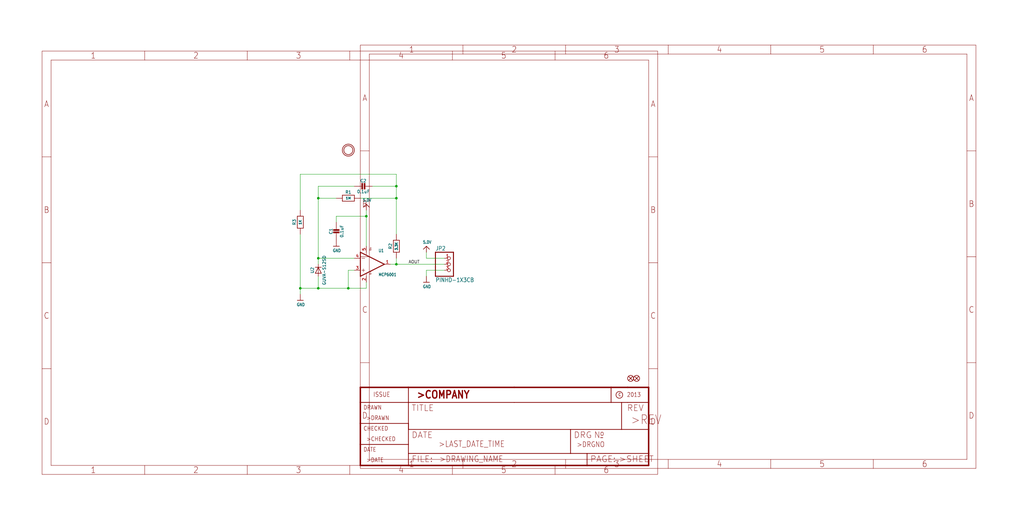
<source format=kicad_sch>
(kicad_sch (version 20211123) (generator eeschema)
  (paper "User" 433.07 220.421)
  (lib_symbols
    (symbol "eagleSchem-eagle-import:5.0V" (power)
      (property "Value" "5.0V" (at -1.524 1.016 0))
      (symbol "5.0V_1_0"
        (polyline (pts (xy -1.27 -1.27) (xy 0 0)) (stroke (width 0.254)))
        (polyline (pts (xy 0 0) (xy 1.27 -1.27)) (stroke (width 0.254)))
        (pin power_in line (at 0 -2.54 90) (length 2.54) (name "5.0V") (number "1"))
      )
    )
    (symbol "eagleSchem-eagle-import:CAP_CERAMIC0805-NOOUTLINE"
      (property "Reference" "C" (at -2.29 1.25 90))
      (property "Value" "CAP_CERAMIC0805-NOOUTLINE" (at 2.3 1.25 90))
      (symbol "CAP_CERAMIC0805-NOOUTLINE_1_0"
        (rectangle (start -1.27 0.508) (end 1.27 1.016) (fill (type outline)))
        (rectangle (start -1.27 1.524) (end 1.27 2.032) (fill (type outline)))
        (polyline (pts (xy 0 0.762) (xy 0 0)) (stroke (width 0.1524)))
        (polyline (pts (xy 0 2.54) (xy 0 1.778)) (stroke (width 0.1524)))
        (pin passive line (at 0 5.08 270) (length 2.54) (name "1") (number "1"))
        (pin passive line (at 0 -2.54 90) (length 2.54) (name "2") (number "2"))
      )
    )
    (symbol "eagleSchem-eagle-import:FIDUCIAL{dblquote}{dblquote}"
      (symbol "FIDUCIAL{dblquote}{dblquote}_1_0"
        (polyline (pts (xy -0.762 0.762) (xy 0.762 -0.762)) (stroke (width 0.254)))
        (polyline (pts (xy 0.762 0.762) (xy -0.762 -0.762)) (stroke (width 0.254)))
        (circle (center 0 0) (radius 1.27) (stroke (width 0.254)))
      )
    )
    (symbol "eagleSchem-eagle-import:FRAME_A4"
      (symbol "FRAME_A4_0_0"
        (polyline (pts (xy 0 44.7675) (xy 3.81 44.7675)))
        (polyline (pts (xy 0 89.535) (xy 3.81 89.535)))
        (polyline (pts (xy 0 134.3025) (xy 3.81 134.3025)))
        (polyline (pts (xy 3.81 3.81) (xy 3.81 175.26)))
        (polyline (pts (xy 43.3917 0) (xy 43.3917 3.81)))
        (polyline (pts (xy 43.3917 175.26) (xy 43.3917 179.07)))
        (polyline (pts (xy 86.7833 0) (xy 86.7833 3.81)))
        (polyline (pts (xy 86.7833 175.26) (xy 86.7833 179.07)))
        (polyline (pts (xy 130.175 0) (xy 130.175 3.81)))
        (polyline (pts (xy 130.175 175.26) (xy 130.175 179.07)))
        (polyline (pts (xy 173.5667 0) (xy 173.5667 3.81)))
        (polyline (pts (xy 173.5667 175.26) (xy 173.5667 179.07)))
        (polyline (pts (xy 216.9583 0) (xy 216.9583 3.81)))
        (polyline (pts (xy 216.9583 175.26) (xy 216.9583 179.07)))
        (polyline (pts (xy 256.54 3.81) (xy 3.81 3.81)))
        (polyline (pts (xy 256.54 3.81) (xy 256.54 175.26)))
        (polyline (pts (xy 256.54 44.7675) (xy 260.35 44.7675)))
        (polyline (pts (xy 256.54 89.535) (xy 260.35 89.535)))
        (polyline (pts (xy 256.54 134.3025) (xy 260.35 134.3025)))
        (polyline (pts (xy 256.54 175.26) (xy 3.81 175.26)))
        (polyline (pts (xy 0 0) (xy 260.35 0) (xy 260.35 179.07) (xy 0 179.07) (xy 0 0)))
        (text "1" (at 21.6958 1.905 0) (effects (font (size 2.54 2.286))))
        (text "1" (at 21.6958 177.165 0) (effects (font (size 2.54 2.286))))
        (text "2" (at 65.0875 1.905 0) (effects (font (size 2.54 2.286))))
        (text "2" (at 65.0875 177.165 0) (effects (font (size 2.54 2.286))))
        (text "3" (at 108.4792 1.905 0) (effects (font (size 2.54 2.286))))
        (text "3" (at 108.4792 177.165 0) (effects (font (size 2.54 2.286))))
        (text "4" (at 151.8708 1.905 0) (effects (font (size 2.54 2.286))))
        (text "4" (at 151.8708 177.165 0) (effects (font (size 2.54 2.286))))
        (text "5" (at 195.2625 1.905 0) (effects (font (size 2.54 2.286))))
        (text "5" (at 195.2625 177.165 0) (effects (font (size 2.54 2.286))))
        (text "6" (at 238.6542 1.905 0) (effects (font (size 2.54 2.286))))
        (text "6" (at 238.6542 177.165 0) (effects (font (size 2.54 2.286))))
        (text "A" (at 1.905 156.6863 0) (effects (font (size 2.54 2.286))))
        (text "A" (at 258.445 156.6863 0) (effects (font (size 2.54 2.286))))
        (text "B" (at 1.905 111.9188 0) (effects (font (size 2.54 2.286))))
        (text "B" (at 258.445 111.9188 0) (effects (font (size 2.54 2.286))))
        (text "C" (at 1.905 67.1513 0) (effects (font (size 2.54 2.286))))
        (text "C" (at 258.445 67.1513 0) (effects (font (size 2.54 2.286))))
        (text "D" (at 1.905 22.3838 0) (effects (font (size 2.54 2.286))))
        (text "D" (at 258.445 22.3838 0) (effects (font (size 2.54 2.286))))
      )
      (symbol "FRAME_A4_1_0"
        (polyline (pts (xy 256.54 3.81) (xy 256.54 8.89)) (stroke (width 0.1016)))
        (polyline (pts (xy 256.54 8.89) (xy 256.54 13.97)) (stroke (width 0.1016)))
        (polyline (pts (xy 256.54 13.97) (xy 256.54 19.05)) (stroke (width 0.1016)))
        (polyline (pts (xy 256.54 19.05) (xy 256.54 36.83)) (stroke (width 0.1016)))
      )
      (symbol "FRAME_A4_2_0"
        (polyline (pts (xy 1.27 -6.35) (xy 1.27 0)) (stroke (width 0.1016)))
        (polyline (pts (xy 1.27 0) (xy 82.55 0)) (stroke (width 0.1016)))
        (polyline (pts (xy 82.55 -6.35) (xy 1.27 -6.35)) (stroke (width 0.1016)))
        (polyline (pts (xy 82.55 0) (xy 82.55 -6.35)) (stroke (width 0.1016)))
        (text "PART OR WHOLE IS STRICTLY PROHIBITED WITHOUT WRITTEN PERMISSION!" (at 3.81 -5.08 0) (effects (font (size 1.27 1.0795)) (justify left bottom)))
        (text "PROPRIETARY" (at 3.81 -10.16 0) (effects (font (size 2.54 2.159) (thickness 0.4318) bold) (justify left bottom)))
        (text "THIS DRAWING CONTAINS CONFIDENTIAL INFORMATION. ANY REPRODUCTION IN" (at 3.81 -2.794 0) (effects (font (size 1.27 1.0795)) (justify left bottom)))
      )
      (symbol "FRAME_A4_3_0"
        (polyline (pts (xy 0 1.27) (xy 20.32 1.27)) (stroke (width 0.6096)))
        (polyline (pts (xy 0 10.16) (xy 0 1.27)) (stroke (width 0.6096)))
        (polyline (pts (xy 0 10.16) (xy 20.32 10.16)) (stroke (width 0.3048)))
        (polyline (pts (xy 0 19.05) (xy 0 10.16)) (stroke (width 0.6096)))
        (polyline (pts (xy 0 19.05) (xy 20.32 19.05)) (stroke (width 0.3048)))
        (polyline (pts (xy 0 27.94) (xy 0 19.05)) (stroke (width 0.6096)))
        (polyline (pts (xy 0 27.94) (xy 20.32 27.94)) (stroke (width 0.3048)))
        (polyline (pts (xy 0 34.29) (xy 0 27.94)) (stroke (width 0.6096)))
        (polyline (pts (xy 20.32 1.27) (xy 20.32 6.35)) (stroke (width 0.3048)))
        (polyline (pts (xy 20.32 1.27) (xy 95.885 1.27)) (stroke (width 0.6096)))
        (polyline (pts (xy 20.32 6.35) (xy 20.32 10.16)) (stroke (width 0.3048)))
        (polyline (pts (xy 20.32 6.35) (xy 88.9 6.35)) (stroke (width 0.3048)))
        (polyline (pts (xy 20.32 10.16) (xy 20.32 19.05)) (stroke (width 0.3048)))
        (polyline (pts (xy 20.32 16.51) (xy 20.32 19.05)) (stroke (width 0.3048)))
        (polyline (pts (xy 20.32 19.05) (xy 20.32 27.94)) (stroke (width 0.3048)))
        (polyline (pts (xy 20.32 27.94) (xy 20.32 34.29)) (stroke (width 0.3048)))
        (polyline (pts (xy 20.32 27.94) (xy 65.0875 27.94)) (stroke (width 0.3048)))
        (polyline (pts (xy 20.32 34.29) (xy 0 34.29)) (stroke (width 0.6096)))
        (polyline (pts (xy 65.0875 27.94) (xy 106.045 27.94)) (stroke (width 0.3048)))
        (polyline (pts (xy 65.0875 34.29) (xy 20.32 34.29)) (stroke (width 0.6096)))
        (polyline (pts (xy 88.9 6.35) (xy 95.885 6.35)) (stroke (width 0.3048)))
        (polyline (pts (xy 88.9 16.51) (xy 20.32 16.51)) (stroke (width 0.3048)))
        (polyline (pts (xy 88.9 16.51) (xy 88.9 6.35)) (stroke (width 0.3048)))
        (polyline (pts (xy 95.885 1.27) (xy 121.92 1.27)) (stroke (width 0.6096)))
        (polyline (pts (xy 95.885 6.35) (xy 95.885 1.27)) (stroke (width 0.3048)))
        (polyline (pts (xy 95.885 6.35) (xy 121.92 6.35)) (stroke (width 0.3048)))
        (polyline (pts (xy 101.6 13.0175) (xy 102.5525 13.0175)) (stroke (width 0.254)))
        (polyline (pts (xy 106.045 27.94) (xy 106.045 34.29)) (stroke (width 0.3048)))
        (polyline (pts (xy 106.045 27.94) (xy 110.49 27.94)) (stroke (width 0.3048)))
        (polyline (pts (xy 106.045 34.29) (xy 65.0875 34.29)) (stroke (width 0.6096)))
        (polyline (pts (xy 110.49 16.51) (xy 88.9 16.51)) (stroke (width 0.3048)))
        (polyline (pts (xy 110.49 27.94) (xy 110.49 16.51)) (stroke (width 0.3048)))
        (polyline (pts (xy 110.49 27.94) (xy 113.03 27.94)) (stroke (width 0.3048)))
        (polyline (pts (xy 113.03 27.94) (xy 121.92 27.94)) (stroke (width 0.3048)))
        (polyline (pts (xy 113.03 34.29) (xy 106.045 34.29)) (stroke (width 0.6096)))
        (polyline (pts (xy 121.92 6.35) (xy 121.92 1.27)) (stroke (width 0.6096)))
        (polyline (pts (xy 121.92 16.51) (xy 110.49 16.51)) (stroke (width 0.3048)))
        (polyline (pts (xy 121.92 16.51) (xy 121.92 6.35)) (stroke (width 0.6096)))
        (polyline (pts (xy 121.92 27.94) (xy 121.92 16.51)) (stroke (width 0.6096)))
        (polyline (pts (xy 121.92 34.29) (xy 113.03 34.29)) (stroke (width 0.6096)))
        (polyline (pts (xy 121.92 34.29) (xy 121.92 27.94)) (stroke (width 0.6096)))
        (circle (center 109.5375 31.115) (radius 1.4199) (stroke (width 0.254)))
        (text "2013" (at 112.7125 30.1625 0) (effects (font (size 1.778 1.5113)) (justify left bottom)))
        (text ">CHECKED" (at 2.54 11.43 0) (effects (font (size 1.778 1.5113)) (justify left bottom)))
        (text ">COMPANY" (at 23.6538 29.3687 0) (effects (font (size 3.175 2.6987) (thickness 0.5397) bold) (justify left bottom)))
        (text ">DATE" (at 2.54 2.54 0) (effects (font (size 1.778 1.5113)) (justify left bottom)))
        (text ">DRAWING_NAME" (at 33.3375 2.54 0) (effects (font (size 2.54 2.159)) (justify left bottom)))
        (text ">DRAWN" (at 2.54 20.32 0) (effects (font (size 1.778 1.5113)) (justify left bottom)))
        (text ">DRGNO" (at 91.44 8.89 0) (effects (font (size 2.1844 1.8567)) (justify left bottom)))
        (text ">LAST_DATE_TIME" (at 33.02 8.89 0) (effects (font (size 2.54 2.159)) (justify left bottom)))
        (text ">REV" (at 114.3 18.415 0) (effects (font (size 3.81 3.2385)) (justify left bottom)))
        (text ">SHEET" (at 109.22 2.54 0) (effects (font (size 2.54 2.54)) (justify left bottom)))
        (text "C" (at 109.0612 30.48 0) (effects (font (size 1.27 1.0795)) (justify left bottom)))
        (text "CHECKED" (at 1.27 15.875 0) (effects (font (size 1.778 1.5113)) (justify left bottom)))
        (text "DATE" (at 1.27 6.985 0) (effects (font (size 1.778 1.5113)) (justify left bottom)))
        (text "DATE" (at 21.59 12.7 0) (effects (font (size 2.54 2.54)) (justify left bottom)))
        (text "DRAWN" (at 1.27 24.765 0) (effects (font (size 1.778 1.5113)) (justify left bottom)))
        (text "DRG" (at 90.17 12.7 0) (effects (font (size 2.54 2.54)) (justify left bottom)))
        (text "FILE:" (at 21.59 2.54 0) (effects (font (size 2.54 2.54)) (justify left bottom)))
        (text "ISSUE" (at 5.3975 30.1625 0) (effects (font (size 1.9304 1.6408)) (justify left bottom)))
        (text "N" (at 98.7425 12.7 0) (effects (font (size 2.54 2.54)) (justify left bottom)))
        (text "o" (at 101.2825 13.6525 0) (effects (font (size 2.1844 1.8567)) (justify left bottom)))
        (text "PAGE:" (at 97.155 2.54 0) (effects (font (size 2.54 2.54)) (justify left bottom)))
        (text "REV" (at 112.7125 24.13 0) (effects (font (size 2.54 2.54)) (justify left bottom)))
        (text "TITLE" (at 21.59 24.13 0) (effects (font (size 2.54 2.54)) (justify left bottom)))
      )
    )
    (symbol "eagleSchem-eagle-import:GND" (power)
      (property "Value" "GND" (at -1.524 -2.54 0))
      (symbol "GND_1_0"
        (polyline (pts (xy -1.27 0) (xy 1.27 0)) (stroke (width 0.254)))
        (pin power_in line (at 0 2.54 270) (length 2.54) (name "GND") (number "1"))
      )
    )
    (symbol "eagleSchem-eagle-import:MOUNTINGHOLE2.5"
      (symbol "MOUNTINGHOLE2.5_1_0"
        (circle (center 0 0) (radius 1.905) (stroke (width 0.254)))
        (circle (center 0 0) (radius 2.54) (stroke (width 0.254)))
      )
    )
    (symbol "eagleSchem-eagle-import:OPAMP_SINGLESOT235"
      (property "Reference" "U" (at 2.54 5.08 0))
      (property "Value" "OPAMP_SINGLESOT235" (at 2.54 -5.08 0))
      (symbol "OPAMP_SINGLESOT235_1_0"
        (polyline (pts (xy -5.08 -5.08) (xy -5.08 5.08)) (stroke (width 0.4064)))
        (polyline (pts (xy -5.08 5.08) (xy 5.08 0)) (stroke (width 0.4064)))
        (polyline (pts (xy -4.445 -2.54) (xy -3.175 -2.54)) (stroke (width 0.1524)))
        (polyline (pts (xy -4.445 2.54) (xy -3.175 2.54)) (stroke (width 0.1524)))
        (polyline (pts (xy -3.81 -3.175) (xy -3.81 -1.905)) (stroke (width 0.1524)))
        (polyline (pts (xy -2.54 -5.08) (xy -2.54 -3.8862)) (stroke (width 0.1524)))
        (polyline (pts (xy -2.54 3.9116) (xy -2.54 5.08)) (stroke (width 0.1524)))
        (polyline (pts (xy 5.08 0) (xy -5.08 -5.08)) (stroke (width 0.4064)))
        (text "V+" (at -1.27 5.715 900) (effects (font (size 0.8128 0.6908)) (justify left top)))
        (text "V-" (at -1.27 -4.445 900) (effects (font (size 0.8128 0.6908)) (justify left top)))
        (pin output line (at 7.62 0 180) (length 2.54) (name "OUT") (number "1"))
        (pin power_in line (at -2.54 -7.62 90) (length 2.54) (name "V-") (number "2"))
        (pin input line (at -7.62 -2.54 0) (length 2.54) (name "+IN") (number "3"))
        (pin input line (at -7.62 2.54 0) (length 2.54) (name "-IN") (number "4"))
        (pin power_in line (at -2.54 7.62 270) (length 2.54) (name "V+") (number "5"))
      )
    )
    (symbol "eagleSchem-eagle-import:PINHD-1X3CB"
      (property "Reference" "JP" (at -6.35 5.715 0))
      (property "Value" "PINHD-1X3CB" (at -6.35 -7.62 0))
      (symbol "PINHD-1X3CB_1_0"
        (polyline (pts (xy -6.35 -5.08) (xy 1.27 -5.08)) (stroke (width 0.4064)))
        (polyline (pts (xy -6.35 5.08) (xy -6.35 -5.08)) (stroke (width 0.4064)))
        (polyline (pts (xy 1.27 -5.08) (xy 1.27 5.08)) (stroke (width 0.4064)))
        (polyline (pts (xy 1.27 5.08) (xy -6.35 5.08)) (stroke (width 0.4064)))
        (pin passive inverted (at -2.54 2.54 0) (length 2.54) (name "1") (number "1"))
        (pin passive inverted (at -2.54 0 0) (length 2.54) (name "2") (number "2"))
        (pin passive inverted (at -2.54 -2.54 0) (length 2.54) (name "3") (number "3"))
      )
    )
    (symbol "eagleSchem-eagle-import:RESISTOR0805_NOOUTLINE"
      (property "Reference" "R" (at 0 2.54 0))
      (property "Value" "RESISTOR0805_NOOUTLINE" (at 0 0 0))
      (symbol "RESISTOR0805_NOOUTLINE_1_0"
        (polyline (pts (xy -2.54 -1.27) (xy -2.54 1.27)) (stroke (width 0.254)))
        (polyline (pts (xy -2.54 1.27) (xy 2.54 1.27)) (stroke (width 0.254)))
        (polyline (pts (xy 2.54 -1.27) (xy -2.54 -1.27)) (stroke (width 0.254)))
        (polyline (pts (xy 2.54 1.27) (xy 2.54 -1.27)) (stroke (width 0.254)))
        (pin passive line (at -5.08 0 0) (length 2.54) (name "1") (number "1"))
        (pin passive line (at 5.08 0 180) (length 2.54) (name "2") (number "2"))
      )
    )
    (symbol "eagleSchem-eagle-import:UV_GUVA-S12SD"
      (property "Reference" "U" (at 0 2.54 0))
      (property "Value" "UV_GUVA-S12SD" (at 0 -2.5 0))
      (symbol "UV_GUVA-S12SD_1_0"
        (polyline (pts (xy -1.27 -1.27) (xy 1.27 0)) (stroke (width 0.254)))
        (polyline (pts (xy -1.27 1.27) (xy -1.27 -1.27)) (stroke (width 0.254)))
        (polyline (pts (xy 1.27 0) (xy -1.27 1.27)) (stroke (width 0.254)))
        (polyline (pts (xy 1.27 0) (xy 1.27 -1.27)) (stroke (width 0.254)))
        (polyline (pts (xy 1.27 1.27) (xy 1.27 0)) (stroke (width 0.254)))
        (pin passive line (at -2.54 0 0) (length 2.54) (name "A") (number "A"))
        (pin passive line (at 2.54 0 180) (length 2.54) (name "C") (number "K"))
      )
    )
  )
  (junction (at 134.62 109.22))
  (junction (at 127 121.92))
  (junction (at 167.64 83.82))
  (junction (at 147.32 121.92))
  (junction (at 154.94 91.44))
  (junction (at 167.64 78.74))
  (junction (at 167.64 111.76))
  (junction (at 134.62 83.82))
  (junction (at 134.62 121.92))
  (wire (pts (xy 127 73.66) (xy 167.64 73.66)))
  (wire (pts (xy 154.94 119.38) (xy 154.94 121.92)))
  (wire (pts (xy 165.1 111.76) (xy 167.64 111.76)))
  (wire (pts (xy 134.62 116.84) (xy 134.62 121.92)))
  (wire (pts (xy 167.64 111.76) (xy 187.96 111.76)))
  (wire (pts (xy 142.24 93.98) (xy 142.24 91.44)))
  (wire (pts (xy 149.86 114.3) (xy 147.32 114.3)))
  (wire (pts (xy 187.96 109.22) (xy 180.34 109.22)))
  (wire (pts (xy 152.4 83.82) (xy 167.64 83.82)))
  (wire (pts (xy 147.32 121.92) (xy 134.62 121.92)))
  (wire (pts (xy 134.62 109.22) (xy 134.62 83.82)))
  (wire (pts (xy 134.62 121.92) (xy 127 121.92)))
  (wire (pts (xy 180.34 109.22) (xy 180.34 106.68)))
  (wire (pts (xy 187.96 114.3) (xy 180.34 114.3)))
  (wire (pts (xy 127 121.92) (xy 127 99.06)))
  (wire (pts (xy 134.62 109.22) (xy 134.62 111.76)))
  (wire (pts (xy 127 88.9) (xy 127 73.66)))
  (wire (pts (xy 167.64 73.66) (xy 167.64 78.74)))
  (wire (pts (xy 149.86 109.22) (xy 134.62 109.22)))
  (wire (pts (xy 157.48 78.74) (xy 167.64 78.74)))
  (wire (pts (xy 134.62 83.82) (xy 134.62 78.74)))
  (wire (pts (xy 134.62 83.82) (xy 142.24 83.82)))
  (wire (pts (xy 167.64 83.82) (xy 167.64 99.06)))
  (wire (pts (xy 134.62 78.74) (xy 149.86 78.74)))
  (wire (pts (xy 167.64 78.74) (xy 167.64 83.82)))
  (wire (pts (xy 147.32 114.3) (xy 147.32 121.92)))
  (wire (pts (xy 167.64 111.76) (xy 167.64 109.22)))
  (wire (pts (xy 142.24 91.44) (xy 154.94 91.44)))
  (wire (pts (xy 180.34 114.3) (xy 180.34 116.84)))
  (wire (pts (xy 154.94 121.92) (xy 147.32 121.92)))
  (wire (pts (xy 154.94 104.14) (xy 154.94 91.44)))
  (wire (pts (xy 154.94 91.44) (xy 154.94 88.9)))
  (wire (pts (xy 127 124.46) (xy 127 121.92)))
  (label "AOUT" (at 172.72 111.76 0) (effects (font (size 1.2446 1.2446))))
  (symbol (lib_id "eagleSchem-eagle-import:RESISTOR0805_NOOUTLINE") (at 147.32 83.82 0) (unit 1)
    (property "Reference" "R1" (at 147.32 81.28 0))
    (property "Value" "1M" (at 147.32 83.82 0) (effects (font (size 1.016 1.016) bold)))
    (property "Footprint" "eagleSchem:0805-NO" (effects hide))
  )
  (symbol (lib_id "eagleSchem-eagle-import:CAP_CERAMIC0805-NOOUTLINE") (at 142.24 99.06 0) (unit 1)
    (property "Reference" "C1" (at 139.95 97.81 90))
    (property "Value" "0.1uF" (at 144.54 97.81 90))
    (property "Footprint" "eagleSchem:0805-NO" (effects hide))
  )
  (symbol (lib_id "eagleSchem-eagle-import:RESISTOR0805_NOOUTLINE") (at 167.64 104.14 90) (unit 1)
    (property "Reference" "R2" (at 165.1 104.14 0))
    (property "Value" "3.3K" (at 167.64 104.14 0) (effects (font (size 1.016 1.016) bold)))
    (property "Footprint" "eagleSchem:0805-NO" (effects hide))
  )
  (symbol (lib_id "eagleSchem-eagle-import:GND") (at 180.34 119.38 0) (unit 1)
    (property "Reference" "#U$5" (effects hide))
    (property "Value" "GND" (at 178.816 121.92 0) (effects (font (size 1.27 1.0795)) (justify left bottom)))
    (property "Footprint" "eagleSchem:" (effects hide))
  )
  (symbol (lib_id "eagleSchem-eagle-import:MOUNTINGHOLE2.5") (at 147.32 63.5 0) (unit 1)
    (property "Reference" "U$6" (effects hide))
    (property "Value" "MOUNTINGHOLE2.5" (effects hide))
    (property "Footprint" "eagleSchem:MOUNTINGHOLE_2.5_PLATED" (effects hide))
  )
  (symbol (lib_id "eagleSchem-eagle-import:FIDUCIAL{dblquote}{dblquote}") (at 269.24 160.02 0) (unit 1)
    (property "Reference" "FID1" (effects hide))
    (property "Value" "FIDUCIAL{dblquote}{dblquote}" (effects hide))
    (property "Footprint" "eagleSchem:FIDUCIAL_1MM" (effects hide))
  )
  (symbol (lib_id "eagleSchem-eagle-import:FIDUCIAL{dblquote}{dblquote}") (at 266.7 160.02 0) (unit 1)
    (property "Reference" "FID2" (effects hide))
    (property "Value" "FIDUCIAL{dblquote}{dblquote}" (effects hide))
    (property "Footprint" "eagleSchem:FIDUCIAL_1MM" (effects hide))
  )
  (symbol (lib_id "eagleSchem-eagle-import:FRAME_A4") (at 17.78 200.66 0) (unit 1)
    (property "Reference" "#FRAME1" (effects hide))
    (property "Value" "FRAME_A4" (effects hide))
    (property "Footprint" "eagleSchem:" (effects hide))
  )
  (symbol (lib_id "eagleSchem-eagle-import:GND") (at 142.24 104.14 0) (unit 1)
    (property "Reference" "#U$2" (effects hide))
    (property "Value" "GND" (at 140.716 106.68 0) (effects (font (size 1.27 1.0795)) (justify left bottom)))
    (property "Footprint" "eagleSchem:" (effects hide))
  )
  (symbol (lib_id "eagleSchem-eagle-import:5.0V") (at 180.34 104.14 0) (unit 1)
    (property "Reference" "#U$4" (effects hide))
    (property "Value" "5.0V" (at 178.816 103.124 0) (effects (font (size 1.27 1.0795)) (justify left bottom)))
    (property "Footprint" "eagleSchem:" (effects hide))
  )
  (symbol (lib_id "eagleSchem-eagle-import:PINHD-1X3CB") (at 190.5 111.76 0) (unit 1)
    (property "Reference" "JP2" (at 184.15 106.045 0) (effects (font (size 1.778 1.5113)) (justify left bottom)))
    (property "Value" "PINHD-1X3CB" (at 184.15 119.38 0) (effects (font (size 1.778 1.5113)) (justify left bottom)))
    (property "Footprint" "eagleSchem:1X03-CLEANBIG" (effects hide))
  )
  (symbol (lib_id "eagleSchem-eagle-import:CAP_CERAMIC0805-NOOUTLINE") (at 152.4 78.74 270) (unit 1)
    (property "Reference" "C2" (at 153.65 76.45 90))
    (property "Value" "0.1uF" (at 153.65 81.04 90))
    (property "Footprint" "eagleSchem:0805-NO" (effects hide))
  )
  (symbol (lib_id "eagleSchem-eagle-import:5.0V") (at 154.94 86.36 0) (unit 1)
    (property "Reference" "#U$1" (effects hide))
    (property "Value" "5.0V" (at 153.416 85.344 0) (effects (font (size 1.27 1.0795)) (justify left bottom)))
    (property "Footprint" "eagleSchem:" (effects hide))
  )
  (symbol (lib_id "eagleSchem-eagle-import:OPAMP_SINGLESOT235") (at 157.48 111.76 0) (unit 1)
    (property "Reference" "U1" (at 160.02 106.68 0) (effects (font (size 1.27 1.0795)) (justify left bottom)))
    (property "Value" "MCP6001" (at 160.02 116.84 0) (effects (font (size 1.27 1.0795)) (justify left bottom)))
    (property "Footprint" "eagleSchem:SOT23-5" (effects hide))
  )
  (symbol (lib_id "eagleSchem-eagle-import:RESISTOR0805_NOOUTLINE") (at 127 93.98 90) (unit 1)
    (property "Reference" "R3" (at 124.46 93.98 0))
    (property "Value" "1K" (at 127 93.98 0) (effects (font (size 1.016 1.016) bold)))
    (property "Footprint" "eagleSchem:0805-NO" (effects hide))
  )
  (symbol (lib_id "eagleSchem-eagle-import:GND") (at 127 127 0) (unit 1)
    (property "Reference" "#U$3" (effects hide))
    (property "Value" "GND" (at 125.476 129.54 0) (effects (font (size 1.27 1.0795)) (justify left bottom)))
    (property "Footprint" "eagleSchem:" (effects hide))
  )
  (symbol (lib_id "eagleSchem-eagle-import:UV_GUVA-S12SD") (at 134.62 114.3 90) (unit 1)
    (property "Reference" "U2" (at 132.08 114.3 0))
    (property "Value" "GUVA-S12SD" (at 137.12 114.3 0))
    (property "Footprint" "eagleSchem:GUVA-S12SD" (effects hide))
  )
  (symbol (lib_id "eagleSchem-eagle-import:FRAME_A4") (at 152.4 198.12 0) (unit 3)
    (property "Reference" "#FRAME1" (effects hide))
    (property "Value" "FRAME_A4" (effects hide))
    (property "Footprint" "eagleSchem:" (effects hide))
  )
)
</source>
